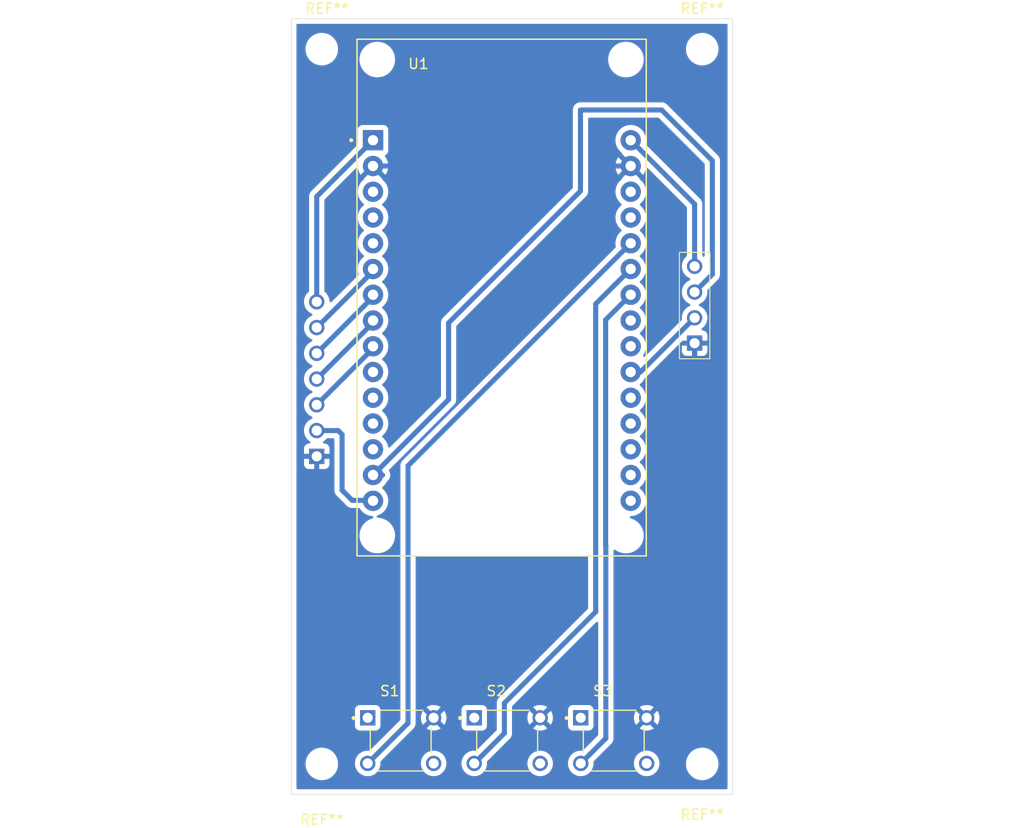
<source format=kicad_pcb>
(kicad_pcb (version 20241229) (generator "pcbnew") (generator_version "9.0")
  (layers (0 "F.Cu" signal) (2 "B.Cu" signal) (13 "F.Paste" user) (15 "B.Paste" user) (5 "F.SilkS" user "F.Silkscreen") (7 "B.SilkS" user "B.Silkscreen") (1 "F.Mask" user) (3 "B.Mask" user) (25 "Edge.Cuts" user))
  (net 0 "")
  (net 5 "D5")
  (net 7 "GND")
  (net 13 "D23")
  (net 15 "D18")
  (net 21 "D17")
  (net 22 "D16")
  (net 25 "D14")
  (net 27 "D27")
  (net 31 "D26")
  (net 32 "D21")
  (net 33 "+5V")
  (net 34 "D22")
  (net 35 "+3V3")
  (footprint "MountingHole:MountingHole_2.7mm_M2.5_ISO7380" (layer "F.Cu") (at 129.5 151.5)
    (property "Reference" "REF**" (at 0 5.5 0) (layer "F.SilkS"))
    (property "Value" "MountingHole_2.7mm_M2.5_ISO7380")
    (pad "" np_thru_hole circle (at 0 0) (size 2.7 2.7) (drill 2.7) (layers "*.Cu" "*.Mask"))
  )
  (footprint "MountingHole:MountingHole_2.7mm_M2.5_ISO7380" (layer "F.Cu") (at 167 81)
    (property "Reference" "REF**" (at 0 -4 0) (layer "F.SilkS"))
    (property "Value" "MountingHole_2.7mm_M2.5_ISO7380")
    (pad "" np_thru_hole circle (at 0 0) (size 2.7 2.7) (drill 2.7) (layers "*.Cu" "*.Mask"))
  )
  (footprint "MountingHole:MountingHole_2.7mm_M2.5_ISO7380" (layer "F.Cu") (at 129.5 81)
    (property "Reference" "REF**" (at 0.5 -4 0) (layer "F.SilkS"))
    (property "Value" "MountingHole_2.7mm_M2.5_ISO7380")
    (pad "" np_thru_hole circle (at 0 0) (size 2.7 2.7) (drill 2.7) (layers "*.Cu" "*.Mask"))
  )
  (footprint "ESP32-DEVKIT-V1:MODULE_ESP32_DEVKIT_V1" (layer "F.Cu") (at 147.25 105.5)
    (property "Reference" "U1" (at -8.225 -23.05 0) (layer "F.SilkS"))
    (property "Value" "ESP32-DEVKIT-V1")
    (fp_line (start -14.28 -25.475) (end -3.211 -25.475) (stroke (width 0.127)) (layer "F.SilkS"))
    (fp_line (start -14.28 -25.475) (end 14.23 -25.475) (stroke (width 0.127)) (layer "F.SilkS"))
    (fp_line (start -14.28 25.475) (end -14.28 -25.475) (stroke (width 0.127)) (layer "F.SilkS"))
    (fp_line (start -14.28 25.475) (end -14.28 -25.475) (stroke (width 0.127)) (layer "F.SilkS"))
    (fp_line (start -14.28 25.475) (end -8.91 25.475) (stroke (width 0.127)) (layer "F.SilkS"))
    (fp_line (start -8.91 25.475) (end 8.78 25.475) (stroke (width 0.127)) (layer "F.SilkS"))
    (fp_line (start -3.211 -25.475) (end 3.5 -25.475) (stroke (width 0.127)) (layer "F.SilkS"))
    (fp_line (start 3.5 -25.475) (end 14.23 -25.475) (stroke (width 0.127)) (layer "F.SilkS"))
    (fp_line (start 8.78 25.475) (end 14.23 25.475) (stroke (width 0.127)) (layer "F.SilkS"))
    (fp_line (start 14.23 -25.475) (end 14.23 25.475) (stroke (width 0.127)) (layer "F.SilkS"))
    (fp_line (start 14.23 -25.475) (end 14.23 25.475) (stroke (width 0.127)) (layer "F.SilkS"))
    (fp_line (start 14.23 25.475) (end -14.28 25.475) (stroke (width 0.127)) (layer "F.SilkS"))
    (fp_circle (center -14.85 -15.515) (end -14.75 -15.515) (stroke (width 0.2)) (fill no) (layer "F.SilkS"))
    (pad "" np_thru_hole circle (at -12.28 -23.475) (size 3 3) (drill 3) (layers "*.Cu" "*.Mask"))
    (pad "" np_thru_hole circle (at -12.28 23.475) (size 3 3) (drill 3) (layers "*.Cu" "*.Mask"))
    (pad "" np_thru_hole circle (at 12.23 -23.475) (size 3 3) (drill 3) (layers "*.Cu" "*.Mask"))
    (pad "" np_thru_hole circle (at 12.23 23.475) (size 3 3) (drill 3) (layers "*.Cu" "*.Mask"))
    (pad "1" thru_hole rect (at -12.7 -15.515) (size 2 2) (drill 1.02) (layers "*.Cu" "*.Mask") (net 35 "+3V3"))
    (pad "2" thru_hole circle (at -12.7 -12.975) (size 2 2) (drill 1.02) (layers "*.Cu" "*.Mask") (net 7 "GND"))
    (pad "3" thru_hole circle (at -12.7 -10.435) (size 2 2) (drill 1.02) (layers "*.Cu" "*.Mask"))
    (pad "4" thru_hole circle (at -12.7 -7.895) (size 2 2) (drill 1.02) (layers "*.Cu" "*.Mask"))
    (pad "5" thru_hole circle (at -12.7 -5.355) (size 2 2) (drill 1.02) (layers "*.Cu" "*.Mask"))
    (pad "6" thru_hole circle (at -12.7 -2.815) (size 2 2) (drill 1.02) (layers "*.Cu" "*.Mask") (net 22 "D16"))
    (pad "7" thru_hole circle (at -12.7 -0.275) (size 2 2) (drill 1.02) (layers "*.Cu" "*.Mask") (net 21 "D17"))
    (pad "8" thru_hole circle (at -12.7 2.265) (size 2 2) (drill 1.02) (layers "*.Cu" "*.Mask") (net 5 "D5"))
    (pad "9" thru_hole circle (at -12.7 4.805) (size 2 2) (drill 1.02) (layers "*.Cu" "*.Mask") (net 15 "D18"))
    (pad "10" thru_hole circle (at -12.7 7.345) (size 2 2) (drill 1.02) (layers "*.Cu" "*.Mask"))
    (pad "11" thru_hole circle (at -12.7 9.885) (size 2 2) (drill 1.02) (layers "*.Cu" "*.Mask"))
    (pad "12" thru_hole circle (at -12.7 12.425) (size 2 2) (drill 1.02) (layers "*.Cu" "*.Mask"))
    (pad "13" thru_hole circle (at -12.7 14.965) (size 2 2) (drill 1.02) (layers "*.Cu" "*.Mask"))
    (pad "14" thru_hole circle (at -12.7 17.505) (size 2 2) (drill 1.02) (layers "*.Cu" "*.Mask") (net 34 "D22"))
    (pad "15" thru_hole circle (at -12.7 20.045) (size 2 2) (drill 1.02) (layers "*.Cu" "*.Mask") (net 13 "D23"))
    (pad "16" thru_hole circle (at 12.7 20.045) (size 2 2) (drill 1.02) (layers "*.Cu" "*.Mask"))
    (pad "17" thru_hole circle (at 12.7 17.505) (size 2 2) (drill 1.02) (layers "*.Cu" "*.Mask"))
    (pad "18" thru_hole circle (at 12.7 14.965) (size 2 2) (drill 1.02) (layers "*.Cu" "*.Mask"))
    (pad "19" thru_hole circle (at 12.7 12.425) (size 2 2) (drill 1.02) (layers "*.Cu" "*.Mask"))
    (pad "20" thru_hole circle (at 12.7 9.885) (size 2 2) (drill 1.02) (layers "*.Cu" "*.Mask"))
    (pad "21" thru_hole circle (at 12.7 7.345) (size 2 2) (drill 1.02) (layers "*.Cu" "*.Mask") (net 32 "D21"))
    (pad "22" thru_hole circle (at 12.7 4.805) (size 2 2) (drill 1.02) (layers "*.Cu" "*.Mask"))
    (pad "23" thru_hole circle (at 12.7 2.265) (size 2 2) (drill 1.02) (layers "*.Cu" "*.Mask"))
    (pad "24" thru_hole circle (at 12.7 -0.275) (size 2 2) (drill 1.02) (layers "*.Cu" "*.Mask") (net 31 "D26"))
    (pad "25" thru_hole circle (at 12.7 -2.815) (size 2 2) (drill 1.02) (layers "*.Cu" "*.Mask") (net 27 "D27"))
    (pad "26" thru_hole circle (at 12.7 -5.355) (size 2 2) (drill 1.02) (layers "*.Cu" "*.Mask") (net 25 "D14"))
    (pad "27" thru_hole circle (at 12.7 -7.895) (size 2 2) (drill 1.02) (layers "*.Cu" "*.Mask"))
    (pad "28" thru_hole circle (at 12.7 -10.435) (size 2 2) (drill 1.02) (layers "*.Cu" "*.Mask"))
    (pad "29" thru_hole circle (at 12.7 -12.975) (size 2 2) (drill 1.02) (layers "*.Cu" "*.Mask") (net 7 "GND"))
    (pad "30" thru_hole circle (at 12.7 -15.515) (size 2 2) (drill 1.02) (layers "*.Cu" "*.Mask") (net 33 "+5V"))
    (zone (net 0) (net_name "") (layer "B.Cu") (connect_pads (clearance 0)) (min_thickness 0.01)
      (keepout (tracks not_allowed) (vias not_allowed) (pads not_allowed) (copperpour not_allowed) (footprints allowed))
      (fill (thermal_gap 0.508) (thermal_bridge_width 0.508))
      (polygon (pts (xy 138.34 124.485) (xy 156.03 124.485) (xy 156.03 130.975) (xy 138.34 130.975)))
    )
  )
  (footprint "MountingHole:MountingHole_2.7mm_M2.5_ISO7380" (layer "F.Cu") (at 167 151.5)
    (property "Reference" "REF**" (at 0 5 0) (layer "F.SilkS"))
    (property "Value" "MountingHole_2.7mm_M2.5_ISO7380")
    (pad "" np_thru_hole circle (at 0 0) (size 2.7 2.7) (drill 2.7) (layers "*.Cu" "*.Mask"))
  )
  (footprint "DM-OLED096-636:Oled module (only pin)" (layer "F.Cu") (at 140.5 113.62 90)
    (property "Reference" "U4" (hide yes))
    (property "Value" "DM-OLED096-636" (hide yes))
    (pad "1" thru_hole rect (at -7.54 -11.5 90) (size 1.508 1.508) (drill 1) (layers "*.Cu" "*.Mask") (net 7 "GND"))
    (pad "2" thru_hole circle (at 7.7 -11.5 90) (size 1.508 1.508) (drill 1) (layers "*.Cu" "*.Mask") (net 35 "+3V3"))
    (pad "3" thru_hole circle (at -2.46 -11.5 90) (size 1.508 1.508) (drill 1) (layers "*.Cu" "*.Mask") (net 15 "D18"))
    (pad "4" thru_hole circle (at -5 -11.5 90) (size 1.508 1.508) (drill 1) (layers "*.Cu" "*.Mask") (net 13 "D23"))
    (pad "5" thru_hole circle (at 2.62 -11.5 90) (size 1.508 1.508) (drill 1) (layers "*.Cu" "*.Mask") (net 21 "D17"))
    (pad "6" thru_hole circle (at 5.16 -11.5 90) (size 1.508 1.508) (drill 1) (layers "*.Cu" "*.Mask") (net 22 "D16"))
    (pad "7" thru_hole circle (at 0.08 -11.5 90) (size 1.508 1.508) (drill 1) (layers "*.Cu" "*.Mask") (net 5 "D5"))
  )
  (footprint "TS02-66-150-BK-260-SCR-D:SW_TS02-66-150-BK-260-SCR-D" (layer "F.Cu") (at 158.275 149.2)
    (property "Reference" "S3" (at -1.079 -4.889 0) (layer "F.SilkS"))
    (property "Value" "TS02-66-150-BK-260-SCR-D" (hide yes))
    (fp_line (start -3 -1.176) (end -3 1.176) (stroke (width 0.127)) (layer "F.SilkS"))
    (fp_line (start -2.176 -3) (end 2.176 -3) (stroke (width 0.127)) (layer "F.SilkS"))
    (fp_line (start -2.176 3) (end 2.176 3) (stroke (width 0.127)) (layer "F.SilkS"))
    (fp_line (start 3 -1.176) (end 3 1.176) (stroke (width 0.127)) (layer "F.SilkS"))
    (fp_circle (center -4.647 -2.226) (end -4.547 -2.226) (stroke (width 0.2)) (fill no) (layer "F.SilkS"))
    (pad "1" thru_hole rect (at -3.25 -2.25) (size 1.508 1.508) (drill 1) (layers "*.Cu" "*.Mask"))
    (pad "2" thru_hole circle (at 3.25 -2.25) (size 1.508 1.508) (drill 1) (layers "*.Cu" "*.Mask") (net 7 "GND"))
    (pad "3" thru_hole circle (at -3.25 2.25) (size 1.508 1.508) (drill 1) (layers "*.Cu" "*.Mask") (net 31 "D26"))
    (pad "4" thru_hole circle (at 3.25 2.25) (size 1.508 1.508) (drill 1) (layers "*.Cu" "*.Mask"))
  )
  (footprint "PZEM004T-V3 100A:PZEM" (layer "F.Cu") (at 154.75 117.54 -90)
    (property "Reference" "U3" (hide yes))
    (property "Value" "PZEM004T-V3" (hide yes))
    (fp_rect (start -16.5 -13) (end -6 -10) (stroke (width 0.1)) (fill no) (layer "F.SilkS"))
    (pad "1" thru_hole circle (at -15.12 -11.5 270) (size 1.508 1.508) (drill 1) (layers "*.Cu" "*.Mask") (net 33 "+5V"))
    (pad "2" thru_hole circle (at -12.58 -11.5 270) (size 1.508 1.508) (drill 1) (layers "*.Cu" "*.Mask") (net 34 "D22"))
    (pad "3" thru_hole circle (at -10.04 -11.5 270) (size 1.508 1.508) (drill 1) (layers "*.Cu" "*.Mask") (net 32 "D21"))
    (pad "4" thru_hole rect (at -7.54 -11.5 270) (size 1.508 1.508) (drill 1) (layers "*.Cu" "*.Mask") (net 7 "GND"))
  )
  (footprint "TS02-66-150-BK-260-SCR-D:SW_TS02-66-150-BK-260-SCR-D" (layer "F.Cu") (at 147.775 149.2)
    (property "Reference" "S2" (at -1.079 -4.889 0) (layer "F.SilkS"))
    (property "Value" "TS02-66-150-BK-260-SCR-D" (hide yes))
    (fp_line (start -3 -1.176) (end -3 1.176) (stroke (width 0.127)) (layer "F.SilkS"))
    (fp_line (start -2.176 -3) (end 2.176 -3) (stroke (width 0.127)) (layer "F.SilkS"))
    (fp_line (start -2.176 3) (end 2.176 3) (stroke (width 0.127)) (layer "F.SilkS"))
    (fp_line (start 3 -1.176) (end 3 1.176) (stroke (width 0.127)) (layer "F.SilkS"))
    (fp_circle (center -4.647 -2.226) (end -4.547 -2.226) (stroke (width 0.2)) (fill no) (layer "F.SilkS"))
    (pad "1" thru_hole rect (at -3.25 -2.25) (size 1.508 1.508) (drill 1) (layers "*.Cu" "*.Mask"))
    (pad "2" thru_hole circle (at 3.25 -2.25) (size 1.508 1.508) (drill 1) (layers "*.Cu" "*.Mask") (net 7 "GND"))
    (pad "3" thru_hole circle (at -3.25 2.25) (size 1.508 1.508) (drill 1) (layers "*.Cu" "*.Mask") (net 27 "D27"))
    (pad "4" thru_hole circle (at 3.25 2.25) (size 1.508 1.508) (drill 1) (layers "*.Cu" "*.Mask"))
  )
  (footprint "TS02-66-150-BK-260-SCR-D:SW_TS02-66-150-BK-260-SCR-D" (layer "F.Cu") (at 137.275 149.2)
    (property "Reference" "S1" (at -1.079 -4.889 0) (layer "F.SilkS"))
    (property "Value" "TS02-66-150-BK-260-SCR-D" (hide yes))
    (fp_line (start -3 -1.176) (end -3 1.176) (stroke (width 0.127)) (layer "F.SilkS"))
    (fp_line (start -2.176 -3) (end 2.176 -3) (stroke (width 0.127)) (layer "F.SilkS"))
    (fp_line (start -2.176 3) (end 2.176 3) (stroke (width 0.127)) (layer "F.SilkS"))
    (fp_line (start 3 -1.176) (end 3 1.176) (stroke (width 0.127)) (layer "F.SilkS"))
    (fp_circle (center -4.647 -2.226) (end -4.547 -2.226) (stroke (width 0.2)) (fill no) (layer "F.SilkS"))
    (pad "1" thru_hole rect (at -3.25 -2.25) (size 1.508 1.508) (drill 1) (layers "*.Cu" "*.Mask"))
    (pad "2" thru_hole circle (at 3.25 -2.25) (size 1.508 1.508) (drill 1) (layers "*.Cu" "*.Mask") (net 7 "GND"))
    (pad "3" thru_hole circle (at -3.25 2.25) (size 1.508 1.508) (drill 1) (layers "*.Cu" "*.Mask") (net 25 "D14"))
    (pad "4" thru_hole circle (at 3.25 2.25) (size 1.508 1.508) (drill 1) (layers "*.Cu" "*.Mask"))
  )
  (gr_line (start 126.5 78) (end 170 78) (stroke (width 0.05)) (layer "Edge.Cuts"))
  (gr_line (start 170 78) (end 170 154.5) (stroke (width 0.05)) (layer "Edge.Cuts"))
  (gr_line (start 126.5 154.5) (end 126.5 78) (stroke (width 0.05)) (layer "Edge.Cuts"))
  (gr_line (start 126.5 154.5) (end 170 154.5) (stroke (width 0.05)) (layer "Edge.Cuts"))
  (segment (start 134.55 107.99) (end 134.55 107.765) (width 0.5) (layer "B.Cu") (net 5))
  (segment (start 129 113.54) (end 134.55 107.99) (width 0.5) (layer "B.Cu") (net 5))
  (segment (start 134.55 92.525) (end 137.975 92.525) (width 0.5) (layer "B.Cu") (net 7))
  (segment (start 159.95 92.525) (end 158.025 92.525) (width 0.5) (layer "B.Cu") (net 7))
  (segment (start 166.25 110) (end 166.25 112.25) (width 0.5) (layer "B.Cu") (net 7))
  (segment (start 131.5 119) (end 131.5 124.5) (width 0.5) (layer "B.Cu") (net 13))
  (segment (start 132.5 125.5) (end 134.505 125.5) (width 0.5) (layer "B.Cu") (net 13))
  (segment (start 131.5 124.5) (end 132.5 125.5) (width 0.5) (layer "B.Cu") (net 13))
  (segment (start 129 118.62) (end 131.12 118.62) (width 0.5) (layer "B.Cu") (net 13))
  (segment (start 131.12 118.62) (end 131.5 119) (width 0.5) (layer "B.Cu") (net 13))
  (segment (start 134.505 125.5) (end 134.55 125.545) (width 0.5) (layer "B.Cu") (net 13))
  (segment (start 129 116.08) (end 134.55 110.53) (width 0.5) (layer "B.Cu") (net 15))
  (segment (start 134.55 110.53) (end 134.55 110.305) (width 0.5) (layer "B.Cu") (net 15))
  (segment (start 134.55 105.45) (end 134.55 105.225) (width 0.5) (layer "B.Cu") (net 21))
  (segment (start 129 111) (end 134.55 105.45) (width 0.5) (layer "B.Cu") (net 21))
  (segment (start 134.55 102.91) (end 134.55 102.685) (width 0.5) (layer "B.Cu") (net 22))
  (segment (start 129 108.46) (end 134.55 102.91) (width 0.5) (layer "B.Cu") (net 22))
  (segment (start 138 147.475) (end 138 122.095) (width 0.5) (layer "B.Cu") (net 25))
  (segment (start 134.025 151.45) (end 138 147.475) (width 0.5) (layer "B.Cu") (net 25))
  (segment (start 138 122.095) (end 159.95 100.145) (width 0.5) (layer "B.Cu") (net 25))
  (segment (start 156.5 136.5) (end 156.5 106.135) (width 0.5) (layer "B.Cu") (net 27))
  (segment (start 156.5 106.135) (end 159.95 102.685) (width 0.5) (layer "B.Cu") (net 27))
  (segment (start 147.5 148.475) (end 147.5 145.5) (width 0.5) (layer "B.Cu") (net 27))
  (segment (start 147.5 145.5) (end 156.5 136.5) (width 0.5) (layer "B.Cu") (net 27))
  (segment (start 144.525 151.45) (end 147.5 148.475) (width 0.5) (layer "B.Cu") (net 27))
  (segment (start 157.5 148.975) (end 157.5 130) (width 0.5) (layer "B.Cu") (net 31))
  (segment (start 157.479 129.979) (end 157.479 107.696) (width 0.5) (layer "B.Cu") (net 31))
  (segment (start 157.479 107.696) (end 159.95 105.225) (width 0.5) (layer "B.Cu") (net 31))
  (segment (start 155.025 151.45) (end 157.5 148.975) (width 0.5) (layer "B.Cu") (net 31))
  (segment (start 157.5 130) (end 157.479 129.979) (width 0.5) (layer "B.Cu") (net 31))
  (segment (start 160.905 112.845) (end 159.95 112.845) (width 0.5) (layer "F.Cu") (net 32))
  (segment (start 166.25 107.5) (end 160.905 112.845) (width 0.5) (layer "B.Cu") (net 32))
  (segment (start 160.905 112.845) (end 159.95 112.845) (width 0.5) (layer "B.Cu") (net 32))
  (segment (start 166.25 102.42) (end 166.25 96.285) (width 0.5) (layer "B.Cu") (net 33))
  (segment (start 166.25 96.285) (end 159.95 89.985) (width 0.5) (layer "B.Cu") (net 33))
  (segment (start 134.55 123.005) (end 142 115.555) (width 0.5) (layer "B.Cu") (net 34))
  (segment (start 142 115.555) (end 142 108) (width 0.5) (layer "B.Cu") (net 34))
  (segment (start 155 87) (end 155 95) (width 0.5) (layer "B.Cu") (net 34))
  (segment (start 168 103.21) (end 168 92) (width 0.5) (layer "B.Cu") (net 34))
  (segment (start 166.25 104.96) (end 168 103.21) (width 0.5) (layer "B.Cu") (net 34))
  (segment (start 135.495 123.005) (end 134.55 123.005) (width 0.5) (layer "B.Cu") (net 34))
  (segment (start 142 108) (end 155 95) (width 0.5) (layer "B.Cu") (net 34))
  (segment (start 163 87) (end 155 87) (width 0.5) (layer "B.Cu") (net 34))
  (segment (start 168 92) (end 163 87) (width 0.5) (layer "B.Cu") (net 34))
  (segment (start 129 95.535) (end 134.55 89.985) (width 0.5) (layer "B.Cu") (net 35))
  (segment (start 129 105.92) (end 129 95.535) (width 0.5) (layer "B.Cu") (net 35))
  (segment (start 134.565 90) (end 134.55 89.985) (width 0.5) (layer "B.Cu") (net 35))
  (zone (net 7) (net_name "GND") (layer "B.Cu") (connect_pads (clearance 0.5)) (min_thickness 0.25) (fill yes (thermal_gap 0.5) (thermal_bridge_width 0.5))
    (polygon (pts (xy 169.5 154) (xy 169.5 78.5) (xy 127 78.5) (xy 127 154)))
  )
)
</source>
